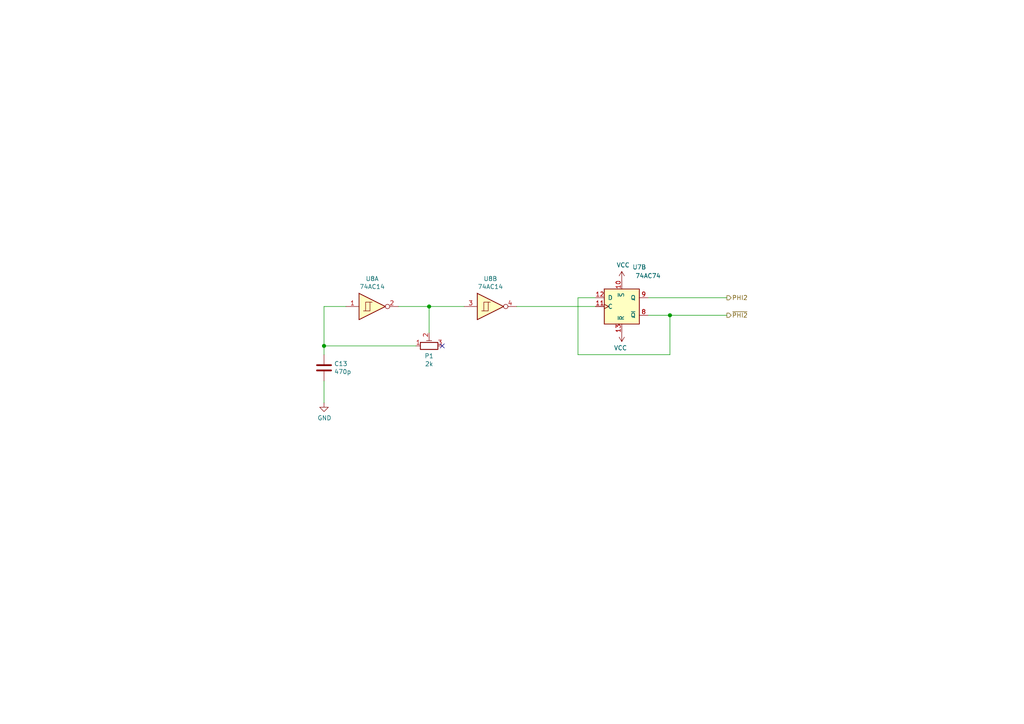
<source format=kicad_sch>
(kicad_sch (version 20201015) (generator eeschema)
  (paper "A4")
  (lib_symbols
    (symbol "74xx:74LS14" (pin_names (offset 1.016))
      (property "Reference" "U" (at 0 1.27 0))
      (property "Value" "74LS14" (at 0 -1.27 0))
      (symbol "74LS14_1_0"
        (polyline (pts (xy -3.81 3.81) (xy -3.81 -3.81) (xy 3.81 0) (xy -3.81 3.81)) (stroke (width 0.254)) (fill (type background)))
        (pin input line (at -7.62 0 0) (length 3.81) (name "~") (number "1"))
        (pin output inverted (at 7.62 0 180) (length 3.81) (name "~") (number "2"))
      )
      (symbol "74LS14_1_1"
        (polyline (pts (xy -1.905 -1.27) (xy -1.905 1.27) (xy -0.635 1.27)))
        (polyline (pts (xy -2.54 -1.27) (xy -0.635 -1.27) (xy -0.635 1.27) (xy 0 1.27)))
      )
      (symbol "74LS14_2_0"
        (polyline (pts (xy -3.81 3.81) (xy -3.81 -3.81) (xy 3.81 0) (xy -3.81 3.81)) (stroke (width 0.254)) (fill (type background)))
        (pin input line (at -7.62 0 0) (length 3.81) (name "~") (number "3"))
        (pin output inverted (at 7.62 0 180) (length 3.81) (name "~") (number "4"))
      )
      (symbol "74LS14_2_1"
        (polyline (pts (xy -1.905 -1.27) (xy -1.905 1.27) (xy -0.635 1.27)))
        (polyline (pts (xy -2.54 -1.27) (xy -0.635 -1.27) (xy -0.635 1.27) (xy 0 1.27)))
      )
      (symbol "74LS14_3_0"
        (polyline (pts (xy -3.81 3.81) (xy -3.81 -3.81) (xy 3.81 0) (xy -3.81 3.81)) (stroke (width 0.254)) (fill (type background)))
        (pin input line (at -7.62 0 0) (length 3.81) (name "~") (number "5"))
        (pin output inverted (at 7.62 0 180) (length 3.81) (name "~") (number "6"))
      )
      (symbol "74LS14_3_1"
        (polyline (pts (xy -1.905 -1.27) (xy -1.905 1.27) (xy -0.635 1.27)))
        (polyline (pts (xy -2.54 -1.27) (xy -0.635 -1.27) (xy -0.635 1.27) (xy 0 1.27)))
      )
      (symbol "74LS14_4_0"
        (polyline (pts (xy -3.81 3.81) (xy -3.81 -3.81) (xy 3.81 0) (xy -3.81 3.81)) (stroke (width 0.254)) (fill (type background)))
        (pin output inverted (at 7.62 0 180) (length 3.81) (name "~") (number "8"))
        (pin input line (at -7.62 0 0) (length 3.81) (name "~") (number "9"))
      )
      (symbol "74LS14_4_1"
        (polyline (pts (xy -1.905 -1.27) (xy -1.905 1.27) (xy -0.635 1.27)))
        (polyline (pts (xy -2.54 -1.27) (xy -0.635 -1.27) (xy -0.635 1.27) (xy 0 1.27)))
      )
      (symbol "74LS14_5_0"
        (polyline (pts (xy -3.81 3.81) (xy -3.81 -3.81) (xy 3.81 0) (xy -3.81 3.81)) (stroke (width 0.254)) (fill (type background)))
        (pin output inverted (at 7.62 0 180) (length 3.81) (name "~") (number "10"))
        (pin input line (at -7.62 0 0) (length 3.81) (name "~") (number "11"))
      )
      (symbol "74LS14_5_1"
        (polyline (pts (xy -1.905 -1.27) (xy -1.905 1.27) (xy -0.635 1.27)))
        (polyline (pts (xy -2.54 -1.27) (xy -0.635 -1.27) (xy -0.635 1.27) (xy 0 1.27)))
      )
      (symbol "74LS14_6_0"
        (polyline (pts (xy -3.81 3.81) (xy -3.81 -3.81) (xy 3.81 0) (xy -3.81 3.81)) (stroke (width 0.254)) (fill (type background)))
        (pin output inverted (at 7.62 0 180) (length 3.81) (name "~") (number "12"))
        (pin input line (at -7.62 0 0) (length 3.81) (name "~") (number "13"))
      )
      (symbol "74LS14_6_1"
        (polyline (pts (xy -1.905 -1.27) (xy -1.905 1.27) (xy -0.635 1.27)))
        (polyline (pts (xy -2.54 -1.27) (xy -0.635 -1.27) (xy -0.635 1.27) (xy 0 1.27)))
      )
      (symbol "74LS14_7_0"
        (pin power_in line (at 0 12.7 270) (length 5.08) (name "VCC") (number "14"))
        (pin power_in line (at 0 -12.7 90) (length 5.08) (name "GND") (number "7"))
      )
      (symbol "74LS14_7_1"
        (rectangle (start -5.08 7.62) (end 5.08 -7.62) (stroke (width 0.254)) (fill (type background)))
      )
    )
    (symbol "74xx:74LS74" (pin_names (offset 1.016))
      (property "Reference" "U" (at -7.62 8.89 0))
      (property "Value" "74LS74" (at -7.62 -8.89 0))
      (symbol "74LS74_1_0"
        (pin input line (at 0 -7.62 90) (length 2.54) (name "~R") (number "1"))
        (pin input line (at -7.62 2.54 0) (length 2.54) (name "D") (number "2"))
        (pin input clock (at -7.62 0 0) (length 2.54) (name "C") (number "3"))
        (pin input line (at 0 7.62 270) (length 2.54) (name "~S") (number "4"))
        (pin output line (at 7.62 2.54 180) (length 2.54) (name "Q") (number "5"))
        (pin output line (at 7.62 -2.54 180) (length 2.54) (name "~Q") (number "6"))
      )
      (symbol "74LS74_1_1"
        (rectangle (start -5.08 5.08) (end 5.08 -5.08) (stroke (width 0.254)) (fill (type background)))
      )
      (symbol "74LS74_2_0"
        (pin input line (at 0 7.62 270) (length 2.54) (name "~S") (number "10"))
        (pin input clock (at -7.62 0 0) (length 2.54) (name "C") (number "11"))
        (pin input line (at -7.62 2.54 0) (length 2.54) (name "D") (number "12"))
        (pin input line (at 0 -7.62 90) (length 2.54) (name "~R") (number "13"))
        (pin output line (at 7.62 -2.54 180) (length 2.54) (name "~Q") (number "8"))
        (pin output line (at 7.62 2.54 180) (length 2.54) (name "Q") (number "9"))
      )
      (symbol "74LS74_2_1"
        (rectangle (start -5.08 5.08) (end 5.08 -5.08) (stroke (width 0.254)) (fill (type background)))
      )
      (symbol "74LS74_3_0"
        (pin power_in line (at 0 10.16 270) (length 2.54) (name "VCC") (number "14"))
        (pin power_in line (at 0 -10.16 90) (length 2.54) (name "GND") (number "7"))
      )
      (symbol "74LS74_3_1"
        (rectangle (start -5.08 7.62) (end 5.08 -7.62) (stroke (width 0.254)) (fill (type background)))
      )
    )
    (symbol "Device:C" (pin_numbers hide) (pin_names (offset 0.254))
      (property "Reference" "C" (at 0.635 2.54 0))
      (property "Value" "C" (at 0.635 -2.54 0))
      (symbol "C_0_1"
        (polyline (pts (xy -2.032 -0.762) (xy 2.032 -0.762)) (stroke (width 0.508)))
        (polyline (pts (xy -2.032 0.762) (xy 2.032 0.762)) (stroke (width 0.508)))
      )
      (symbol "C_1_1"
        (pin passive line (at 0 3.81 270) (length 2.794) (name "~") (number "1"))
        (pin passive line (at 0 -3.81 90) (length 2.794) (name "~") (number "2"))
      )
    )
    (symbol "Device:R_POT_TRIM" (pin_names (offset 1.016) hide)
      (property "Reference" "RV" (at -4.445 0 90))
      (property "Value" "R_POT_TRIM" (at -2.54 0 90))
      (symbol "R_POT_TRIM_0_1"
        (rectangle (start 1.016 2.54) (end -1.016 -2.54) (stroke (width 0.254)))
        (polyline (pts (xy 1.524 0.762) (xy 1.524 -0.762)))
        (polyline (pts (xy 2.54 0) (xy 1.524 0)))
      )
      (symbol "R_POT_TRIM_1_1"
        (pin passive line (at 0 3.81 270) (length 1.27) (name "1") (number "1"))
        (pin passive line (at 3.81 0 180) (length 1.27) (name "2") (number "2"))
        (pin passive line (at 0 -3.81 90) (length 1.27) (name "3") (number "3"))
      )
    )
    (symbol "power:GND" (power) (pin_names (offset 0))
      (property "Value" "GND" (at 0 -3.81 0))
      (symbol "GND_0_1"
        (polyline (pts (xy 0 0) (xy 0 -1.27) (xy 1.27 -1.27) (xy 0 -2.54) (xy -1.27 -1.27) (xy 0 -1.27)))
      )
      (symbol "GND_1_1"
        (pin power_in line (at 0 0 270) (length 0) hide (name "GND") (number "1"))
      )
    )
    (symbol "power:VCC" (power) (pin_names (offset 0))
      (property "Value" "VCC" (at 0 3.81 0))
      (symbol "VCC_0_1"
        (polyline (pts (xy -0.762 1.27) (xy 0 2.54)))
        (polyline (pts (xy 0 0) (xy 0 2.54)))
        (polyline (pts (xy 0 2.54) (xy 0.762 1.27)))
      )
      (symbol "VCC_1_1"
        (pin power_in line (at 0 0 90) (length 0) hide (name "VCC") (number "1"))
      )
    )
  )
  (junction (at 93.98 100.33) (diameter 1.016))
  (junction (at 124.46 88.9) (diameter 1.016))
  (junction (at 194.31 91.44) (diameter 1.016))
  (no_connect (at 128.27 100.33))
  (wire (pts (xy 93.98 88.9) (xy 93.98 100.33)))
  (wire (pts (xy 93.98 100.33) (xy 93.98 102.87)))
  (wire (pts (xy 93.98 110.49) (xy 93.98 116.84)))
  (wire (pts (xy 100.33 88.9) (xy 93.98 88.9)))
  (wire (pts (xy 115.57 88.9) (xy 124.46 88.9)))
  (wire (pts (xy 120.65 100.33) (xy 93.98 100.33)))
  (wire (pts (xy 124.46 88.9) (xy 134.62 88.9)))
  (wire (pts (xy 124.46 96.52) (xy 124.46 88.9)))
  (wire (pts (xy 149.86 88.9) (xy 172.72 88.9)))
  (wire (pts (xy 167.64 86.36) (xy 167.64 102.87)))
  (wire (pts (xy 167.64 102.87) (xy 194.31 102.87)))
  (wire (pts (xy 172.72 86.36) (xy 167.64 86.36)))
  (wire (pts (xy 187.96 86.36) (xy 210.82 86.36)))
  (wire (pts (xy 187.96 91.44) (xy 194.31 91.44)))
  (wire (pts (xy 194.31 91.44) (xy 210.82 91.44)))
  (wire (pts (xy 194.31 102.87) (xy 194.31 91.44)))
  (hierarchical_label "PHI2" (shape output) (at 210.82 86.36 0))
  (hierarchical_label "~PHI2" (shape output) (at 210.82 91.44 0))
  (symbol (lib_id "power:VCC") (at 180.34 81.28 0) (unit 1)
    (property "Reference" "#PWR0102" (effects hide))
    (property "Value" "VCC" (at 180.721 76.8858 0))
  )
  (symbol (lib_id "power:VCC") (at 180.34 96.52 180) (unit 1)
    (property "Reference" "#PWR0103" (effects hide))
    (property "Value" "VCC" (at 179.959 100.9142 0))
  )
  (symbol (lib_id "power:GND") (at 93.98 116.84 0) (unit 1)
    (property "Reference" "#PWR0101" (effects hide))
    (property "Value" "GND" (at 94.107 121.2342 0))
  )
  (symbol (lib_id "Device:C") (at 93.98 106.68 0) (unit 1)
    (property "Reference" "C13" (at 96.901 105.5116 0) (effects (justify left)))
    (property "Value" "470p" (at 96.901 107.823 0) (effects (justify left)))
    (property "Footprint" "Capacitor_SMD:C_0805_2012Metric_Pad1.18x1.45mm_HandSolder" (effects hide))
  )
  (symbol (lib_id "Device:R_POT_TRIM") (at 124.46 100.33 90) (unit 1)
    (property "Reference" "P1" (at 124.46 103.251 90))
    (property "Value" "2k" (at 124.46 105.5624 90))
    (property "Footprint" "Potentiometer_THT:Potentiometer_Bourns_3296W_Vertical" (effects hide))
  )
  (symbol (lib_id "74xx:74LS14") (at 107.95 88.9 0) (unit 1)
    (property "Reference" "U8" (at 107.95 80.8482 0))
    (property "Value" "74AC14" (at 107.95 83.1596 0))
    (property "Footprint" "Package_SO:SOIC-14_3.9x8.7mm_P1.27mm" (effects hide))
    (property "Datasheet" "http://www.ti.com/lit/gpn/sn74LS14" (effects hide))
  )
  (symbol (lib_id "74xx:74LS14") (at 142.24 88.9 0) (unit 2)
    (property "Reference" "U8" (at 142.24 80.8482 0))
    (property "Value" "74AC14" (at 142.24 83.1596 0))
    (property "Footprint" "Package_SO:SOIC-14_3.9x8.7mm_P1.27mm" (effects hide))
    (property "Datasheet" "http://www.ti.com/lit/gpn/sn74LS14" (effects hide))
  )
  (symbol (lib_id "74xx:74LS74") (at 180.34 88.9 0) (unit 2)
    (property "Reference" "U7" (at 185.42 77.47 0))
    (property "Value" "74AC74" (at 187.96 80.01 0))
    (property "Footprint" "Package_SO:SOIC-14_3.9x8.7mm_P1.27mm" (effects hide))
    (property "Datasheet" "74xx/74hc_hct74.pdf" (effects hide))
  )
)
</source>
